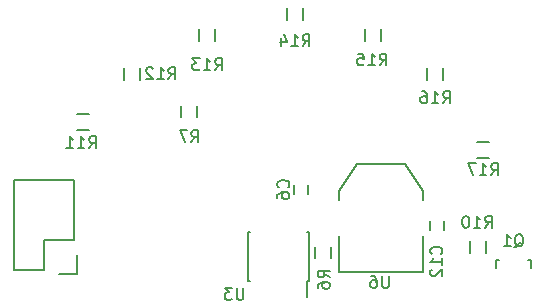
<source format=gbo>
G04 #@! TF.FileFunction,Legend,Bot*
%FSLAX46Y46*%
G04 Gerber Fmt 4.6, Leading zero omitted, Abs format (unit mm)*
G04 Created by KiCad (PCBNEW (2015-05-28 BZR 5690)-product) date Thursday, June 25, 2015 'AMt' 09:08:00 AM*
%MOMM*%
G01*
G04 APERTURE LIST*
%ADD10C,0.100000*%
%ADD11C,0.150000*%
G04 APERTURE END LIST*
D10*
D11*
X137061500Y-100172000D02*
X137061500Y-99472000D01*
X135861500Y-99472000D02*
X135861500Y-100172000D01*
X117221000Y-99060000D02*
X117221000Y-104140000D01*
X117501000Y-106960000D02*
X117501000Y-105410000D01*
X114681000Y-106680000D02*
X114681000Y-104140000D01*
X114681000Y-104140000D02*
X117221000Y-104140000D01*
X117221000Y-99060000D02*
X112141000Y-99060000D01*
X112141000Y-99060000D02*
X112141000Y-104140000D01*
X117501000Y-106960000D02*
X115951000Y-106960000D01*
X112141000Y-106680000D02*
X114681000Y-106680000D01*
X112141000Y-104140000D02*
X112141000Y-106680000D01*
X153132840Y-105775760D02*
X153181100Y-105775760D01*
X155931820Y-106476800D02*
X155931820Y-105775760D01*
X155931820Y-105775760D02*
X155682900Y-105775760D01*
X153132840Y-105775760D02*
X152932180Y-105775760D01*
X152932180Y-105775760D02*
X152932180Y-106476800D01*
X138978000Y-105656000D02*
X138978000Y-104656000D01*
X137628000Y-104656000D02*
X137628000Y-105656000D01*
X126325000Y-92718000D02*
X126325000Y-93718000D01*
X127675000Y-93718000D02*
X127675000Y-92718000D01*
X152135200Y-105185400D02*
X152135200Y-104185400D01*
X150785200Y-104185400D02*
X150785200Y-105185400D01*
X117483000Y-94782000D02*
X118483000Y-94782000D01*
X118483000Y-93432000D02*
X117483000Y-93432000D01*
X121499000Y-89543000D02*
X121499000Y-90543000D01*
X122849000Y-90543000D02*
X122849000Y-89543000D01*
X127849000Y-86241000D02*
X127849000Y-87241000D01*
X129199000Y-87241000D02*
X129199000Y-86241000D01*
X135265800Y-84463000D02*
X135265800Y-85463000D01*
X136615800Y-85463000D02*
X136615800Y-84463000D01*
X141852013Y-86241000D02*
X141852013Y-87241000D01*
X143202013Y-87241000D02*
X143202013Y-86241000D01*
X137144200Y-107553600D02*
X136999200Y-107553600D01*
X137144200Y-103403600D02*
X136999200Y-103403600D01*
X131994200Y-103403600D02*
X132139200Y-103403600D01*
X131994200Y-107553600D02*
X132139200Y-107553600D01*
X137144200Y-107553600D02*
X137144200Y-103403600D01*
X131994200Y-107553600D02*
X131994200Y-103403600D01*
X136999200Y-107553600D02*
X136999200Y-108953600D01*
X147153000Y-89543000D02*
X147153000Y-90543000D01*
X148503000Y-90543000D02*
X148503000Y-89543000D01*
X152392000Y-95845000D02*
X151392000Y-95845000D01*
X151392000Y-97195000D02*
X152392000Y-97195000D01*
X146786600Y-103784400D02*
X146786600Y-106832400D01*
X146786600Y-106832400D02*
X139674600Y-106832400D01*
X139674600Y-106832400D02*
X139674600Y-103784400D01*
X146786600Y-100736400D02*
X146786600Y-99974400D01*
X146786600Y-99974400D02*
X145262600Y-97688400D01*
X145262600Y-97688400D02*
X141198600Y-97688400D01*
X141198600Y-97688400D02*
X139674600Y-99974400D01*
X139674600Y-99974400D02*
X139674600Y-100736400D01*
X147355000Y-102520000D02*
X147355000Y-103220000D01*
X148555000Y-103220000D02*
X148555000Y-102520000D01*
X135358143Y-99655334D02*
X135405762Y-99607715D01*
X135453381Y-99464858D01*
X135453381Y-99369620D01*
X135405762Y-99226762D01*
X135310524Y-99131524D01*
X135215286Y-99083905D01*
X135024810Y-99036286D01*
X134881952Y-99036286D01*
X134691476Y-99083905D01*
X134596238Y-99131524D01*
X134501000Y-99226762D01*
X134453381Y-99369620D01*
X134453381Y-99464858D01*
X134501000Y-99607715D01*
X134548619Y-99655334D01*
X134453381Y-100512477D02*
X134453381Y-100322000D01*
X134501000Y-100226762D01*
X134548619Y-100179143D01*
X134691476Y-100083905D01*
X134881952Y-100036286D01*
X135262905Y-100036286D01*
X135358143Y-100083905D01*
X135405762Y-100131524D01*
X135453381Y-100226762D01*
X135453381Y-100417239D01*
X135405762Y-100512477D01*
X135358143Y-100560096D01*
X135262905Y-100607715D01*
X135024810Y-100607715D01*
X134929571Y-100560096D01*
X134881952Y-100512477D01*
X134834333Y-100417239D01*
X134834333Y-100226762D01*
X134881952Y-100131524D01*
X134929571Y-100083905D01*
X135024810Y-100036286D01*
X154527238Y-104723619D02*
X154622476Y-104676000D01*
X154717714Y-104580762D01*
X154860571Y-104437905D01*
X154955810Y-104390286D01*
X155051048Y-104390286D01*
X155003429Y-104628381D02*
X155098667Y-104580762D01*
X155193905Y-104485524D01*
X155241524Y-104295048D01*
X155241524Y-103961714D01*
X155193905Y-103771238D01*
X155098667Y-103676000D01*
X155003429Y-103628381D01*
X154812952Y-103628381D01*
X154717714Y-103676000D01*
X154622476Y-103771238D01*
X154574857Y-103961714D01*
X154574857Y-104295048D01*
X154622476Y-104485524D01*
X154717714Y-104580762D01*
X154812952Y-104628381D01*
X155003429Y-104628381D01*
X153622476Y-104628381D02*
X154193905Y-104628381D01*
X153908191Y-104628381D02*
X153908191Y-103628381D01*
X154003429Y-103771238D01*
X154098667Y-103866476D01*
X154193905Y-103914095D01*
X138882381Y-107275334D02*
X138406190Y-106942000D01*
X138882381Y-106703905D02*
X137882381Y-106703905D01*
X137882381Y-107084858D01*
X137930000Y-107180096D01*
X137977619Y-107227715D01*
X138072857Y-107275334D01*
X138215714Y-107275334D01*
X138310952Y-107227715D01*
X138358571Y-107180096D01*
X138406190Y-107084858D01*
X138406190Y-106703905D01*
X137882381Y-108132477D02*
X137882381Y-107942000D01*
X137930000Y-107846762D01*
X137977619Y-107799143D01*
X138120476Y-107703905D01*
X138310952Y-107656286D01*
X138691905Y-107656286D01*
X138787143Y-107703905D01*
X138834762Y-107751524D01*
X138882381Y-107846762D01*
X138882381Y-108037239D01*
X138834762Y-108132477D01*
X138787143Y-108180096D01*
X138691905Y-108227715D01*
X138453810Y-108227715D01*
X138358571Y-108180096D01*
X138310952Y-108132477D01*
X138263333Y-108037239D01*
X138263333Y-107846762D01*
X138310952Y-107751524D01*
X138358571Y-107703905D01*
X138453810Y-107656286D01*
X127166666Y-95829381D02*
X127500000Y-95353190D01*
X127738095Y-95829381D02*
X127738095Y-94829381D01*
X127357142Y-94829381D01*
X127261904Y-94877000D01*
X127214285Y-94924619D01*
X127166666Y-95019857D01*
X127166666Y-95162714D01*
X127214285Y-95257952D01*
X127261904Y-95305571D01*
X127357142Y-95353190D01*
X127738095Y-95353190D01*
X126833333Y-94829381D02*
X126166666Y-94829381D01*
X126595238Y-95829381D01*
X152026857Y-103068381D02*
X152360191Y-102592190D01*
X152598286Y-103068381D02*
X152598286Y-102068381D01*
X152217333Y-102068381D01*
X152122095Y-102116000D01*
X152074476Y-102163619D01*
X152026857Y-102258857D01*
X152026857Y-102401714D01*
X152074476Y-102496952D01*
X152122095Y-102544571D01*
X152217333Y-102592190D01*
X152598286Y-102592190D01*
X151074476Y-103068381D02*
X151645905Y-103068381D01*
X151360191Y-103068381D02*
X151360191Y-102068381D01*
X151455429Y-102211238D01*
X151550667Y-102306476D01*
X151645905Y-102354095D01*
X150455429Y-102068381D02*
X150360190Y-102068381D01*
X150264952Y-102116000D01*
X150217333Y-102163619D01*
X150169714Y-102258857D01*
X150122095Y-102449333D01*
X150122095Y-102687429D01*
X150169714Y-102877905D01*
X150217333Y-102973143D01*
X150264952Y-103020762D01*
X150360190Y-103068381D01*
X150455429Y-103068381D01*
X150550667Y-103020762D01*
X150598286Y-102973143D01*
X150645905Y-102877905D01*
X150693524Y-102687429D01*
X150693524Y-102449333D01*
X150645905Y-102258857D01*
X150598286Y-102163619D01*
X150550667Y-102116000D01*
X150455429Y-102068381D01*
X118498857Y-96337381D02*
X118832191Y-95861190D01*
X119070286Y-96337381D02*
X119070286Y-95337381D01*
X118689333Y-95337381D01*
X118594095Y-95385000D01*
X118546476Y-95432619D01*
X118498857Y-95527857D01*
X118498857Y-95670714D01*
X118546476Y-95765952D01*
X118594095Y-95813571D01*
X118689333Y-95861190D01*
X119070286Y-95861190D01*
X117546476Y-96337381D02*
X118117905Y-96337381D01*
X117832191Y-96337381D02*
X117832191Y-95337381D01*
X117927429Y-95480238D01*
X118022667Y-95575476D01*
X118117905Y-95623095D01*
X116594095Y-96337381D02*
X117165524Y-96337381D01*
X116879810Y-96337381D02*
X116879810Y-95337381D01*
X116975048Y-95480238D01*
X117070286Y-95575476D01*
X117165524Y-95623095D01*
X125229857Y-90495381D02*
X125563191Y-90019190D01*
X125801286Y-90495381D02*
X125801286Y-89495381D01*
X125420333Y-89495381D01*
X125325095Y-89543000D01*
X125277476Y-89590619D01*
X125229857Y-89685857D01*
X125229857Y-89828714D01*
X125277476Y-89923952D01*
X125325095Y-89971571D01*
X125420333Y-90019190D01*
X125801286Y-90019190D01*
X124277476Y-90495381D02*
X124848905Y-90495381D01*
X124563191Y-90495381D02*
X124563191Y-89495381D01*
X124658429Y-89638238D01*
X124753667Y-89733476D01*
X124848905Y-89781095D01*
X123896524Y-89590619D02*
X123848905Y-89543000D01*
X123753667Y-89495381D01*
X123515571Y-89495381D01*
X123420333Y-89543000D01*
X123372714Y-89590619D01*
X123325095Y-89685857D01*
X123325095Y-89781095D01*
X123372714Y-89923952D01*
X123944143Y-90495381D01*
X123325095Y-90495381D01*
X129166857Y-89733381D02*
X129500191Y-89257190D01*
X129738286Y-89733381D02*
X129738286Y-88733381D01*
X129357333Y-88733381D01*
X129262095Y-88781000D01*
X129214476Y-88828619D01*
X129166857Y-88923857D01*
X129166857Y-89066714D01*
X129214476Y-89161952D01*
X129262095Y-89209571D01*
X129357333Y-89257190D01*
X129738286Y-89257190D01*
X128214476Y-89733381D02*
X128785905Y-89733381D01*
X128500191Y-89733381D02*
X128500191Y-88733381D01*
X128595429Y-88876238D01*
X128690667Y-88971476D01*
X128785905Y-89019095D01*
X127881143Y-88733381D02*
X127262095Y-88733381D01*
X127595429Y-89114333D01*
X127452571Y-89114333D01*
X127357333Y-89161952D01*
X127309714Y-89209571D01*
X127262095Y-89304810D01*
X127262095Y-89542905D01*
X127309714Y-89638143D01*
X127357333Y-89685762D01*
X127452571Y-89733381D01*
X127738286Y-89733381D01*
X127833524Y-89685762D01*
X127881143Y-89638143D01*
X136583657Y-87701381D02*
X136916991Y-87225190D01*
X137155086Y-87701381D02*
X137155086Y-86701381D01*
X136774133Y-86701381D01*
X136678895Y-86749000D01*
X136631276Y-86796619D01*
X136583657Y-86891857D01*
X136583657Y-87034714D01*
X136631276Y-87129952D01*
X136678895Y-87177571D01*
X136774133Y-87225190D01*
X137155086Y-87225190D01*
X135631276Y-87701381D02*
X136202705Y-87701381D01*
X135916991Y-87701381D02*
X135916991Y-86701381D01*
X136012229Y-86844238D01*
X136107467Y-86939476D01*
X136202705Y-86987095D01*
X134774133Y-87034714D02*
X134774133Y-87701381D01*
X135012229Y-86653762D02*
X135250324Y-87368048D01*
X134631276Y-87368048D01*
X143106427Y-89316806D02*
X143439761Y-88840615D01*
X143677856Y-89316806D02*
X143677856Y-88316806D01*
X143296903Y-88316806D01*
X143201665Y-88364425D01*
X143154046Y-88412044D01*
X143106427Y-88507282D01*
X143106427Y-88650139D01*
X143154046Y-88745377D01*
X143201665Y-88792996D01*
X143296903Y-88840615D01*
X143677856Y-88840615D01*
X142154046Y-89316806D02*
X142725475Y-89316806D01*
X142439761Y-89316806D02*
X142439761Y-88316806D01*
X142534999Y-88459663D01*
X142630237Y-88554901D01*
X142725475Y-88602520D01*
X141249284Y-88316806D02*
X141725475Y-88316806D01*
X141773094Y-88792996D01*
X141725475Y-88745377D01*
X141630237Y-88697758D01*
X141392141Y-88697758D01*
X141296903Y-88745377D01*
X141249284Y-88792996D01*
X141201665Y-88888235D01*
X141201665Y-89126330D01*
X141249284Y-89221568D01*
X141296903Y-89269187D01*
X141392141Y-89316806D01*
X141630237Y-89316806D01*
X141725475Y-89269187D01*
X141773094Y-89221568D01*
X131571905Y-108164381D02*
X131571905Y-108973905D01*
X131524286Y-109069143D01*
X131476667Y-109116762D01*
X131381429Y-109164381D01*
X131190952Y-109164381D01*
X131095714Y-109116762D01*
X131048095Y-109069143D01*
X131000476Y-108973905D01*
X131000476Y-108164381D01*
X130619524Y-108164381D02*
X130000476Y-108164381D01*
X130333810Y-108545333D01*
X130190952Y-108545333D01*
X130095714Y-108592952D01*
X130048095Y-108640571D01*
X130000476Y-108735810D01*
X130000476Y-108973905D01*
X130048095Y-109069143D01*
X130095714Y-109116762D01*
X130190952Y-109164381D01*
X130476667Y-109164381D01*
X130571905Y-109116762D01*
X130619524Y-109069143D01*
X148470857Y-92527381D02*
X148804191Y-92051190D01*
X149042286Y-92527381D02*
X149042286Y-91527381D01*
X148661333Y-91527381D01*
X148566095Y-91575000D01*
X148518476Y-91622619D01*
X148470857Y-91717857D01*
X148470857Y-91860714D01*
X148518476Y-91955952D01*
X148566095Y-92003571D01*
X148661333Y-92051190D01*
X149042286Y-92051190D01*
X147518476Y-92527381D02*
X148089905Y-92527381D01*
X147804191Y-92527381D02*
X147804191Y-91527381D01*
X147899429Y-91670238D01*
X147994667Y-91765476D01*
X148089905Y-91813095D01*
X146661333Y-91527381D02*
X146851810Y-91527381D01*
X146947048Y-91575000D01*
X146994667Y-91622619D01*
X147089905Y-91765476D01*
X147137524Y-91955952D01*
X147137524Y-92336905D01*
X147089905Y-92432143D01*
X147042286Y-92479762D01*
X146947048Y-92527381D01*
X146756571Y-92527381D01*
X146661333Y-92479762D01*
X146613714Y-92432143D01*
X146566095Y-92336905D01*
X146566095Y-92098810D01*
X146613714Y-92003571D01*
X146661333Y-91955952D01*
X146756571Y-91908333D01*
X146947048Y-91908333D01*
X147042286Y-91955952D01*
X147089905Y-92003571D01*
X147137524Y-92098810D01*
X152534857Y-98623381D02*
X152868191Y-98147190D01*
X153106286Y-98623381D02*
X153106286Y-97623381D01*
X152725333Y-97623381D01*
X152630095Y-97671000D01*
X152582476Y-97718619D01*
X152534857Y-97813857D01*
X152534857Y-97956714D01*
X152582476Y-98051952D01*
X152630095Y-98099571D01*
X152725333Y-98147190D01*
X153106286Y-98147190D01*
X151582476Y-98623381D02*
X152153905Y-98623381D01*
X151868191Y-98623381D02*
X151868191Y-97623381D01*
X151963429Y-97766238D01*
X152058667Y-97861476D01*
X152153905Y-97909095D01*
X151249143Y-97623381D02*
X150582476Y-97623381D01*
X151011048Y-98623381D01*
X143890905Y-107148381D02*
X143890905Y-107957905D01*
X143843286Y-108053143D01*
X143795667Y-108100762D01*
X143700429Y-108148381D01*
X143509952Y-108148381D01*
X143414714Y-108100762D01*
X143367095Y-108053143D01*
X143319476Y-107957905D01*
X143319476Y-107148381D01*
X142414714Y-107148381D02*
X142605191Y-107148381D01*
X142700429Y-107196000D01*
X142748048Y-107243619D01*
X142843286Y-107386476D01*
X142890905Y-107576952D01*
X142890905Y-107957905D01*
X142843286Y-108053143D01*
X142795667Y-108100762D01*
X142700429Y-108148381D01*
X142509952Y-108148381D01*
X142414714Y-108100762D01*
X142367095Y-108053143D01*
X142319476Y-107957905D01*
X142319476Y-107719810D01*
X142367095Y-107624571D01*
X142414714Y-107576952D01*
X142509952Y-107529333D01*
X142700429Y-107529333D01*
X142795667Y-107576952D01*
X142843286Y-107624571D01*
X142890905Y-107719810D01*
X148312143Y-105275143D02*
X148359762Y-105227524D01*
X148407381Y-105084667D01*
X148407381Y-104989429D01*
X148359762Y-104846571D01*
X148264524Y-104751333D01*
X148169286Y-104703714D01*
X147978810Y-104656095D01*
X147835952Y-104656095D01*
X147645476Y-104703714D01*
X147550238Y-104751333D01*
X147455000Y-104846571D01*
X147407381Y-104989429D01*
X147407381Y-105084667D01*
X147455000Y-105227524D01*
X147502619Y-105275143D01*
X148407381Y-106227524D02*
X148407381Y-105656095D01*
X148407381Y-105941809D02*
X147407381Y-105941809D01*
X147550238Y-105846571D01*
X147645476Y-105751333D01*
X147693095Y-105656095D01*
X147502619Y-106608476D02*
X147455000Y-106656095D01*
X147407381Y-106751333D01*
X147407381Y-106989429D01*
X147455000Y-107084667D01*
X147502619Y-107132286D01*
X147597857Y-107179905D01*
X147693095Y-107179905D01*
X147835952Y-107132286D01*
X148407381Y-106560857D01*
X148407381Y-107179905D01*
M02*

</source>
